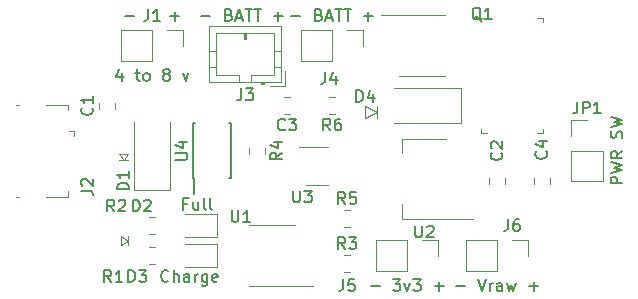
<source format=gbr>
G04 #@! TF.GenerationSoftware,KiCad,Pcbnew,5.1.5+dfsg1-2build2*
G04 #@! TF.CreationDate,2020-07-25T19:40:00-04:00*
G04 #@! TF.ProjectId,lipo-charger,6c69706f-2d63-4686-9172-6765722e6b69,rev?*
G04 #@! TF.SameCoordinates,Original*
G04 #@! TF.FileFunction,Legend,Top*
G04 #@! TF.FilePolarity,Positive*
%FSLAX46Y46*%
G04 Gerber Fmt 4.6, Leading zero omitted, Abs format (unit mm)*
G04 Created by KiCad (PCBNEW 5.1.5+dfsg1-2build2) date 2020-07-25 19:40:00*
%MOMM*%
%LPD*%
G04 APERTURE LIST*
%ADD10C,0.150000*%
%ADD11C,0.120000*%
%ADD12C,0.100000*%
G04 APERTURE END LIST*
D10*
X114554047Y-71191428D02*
X115315952Y-71191428D01*
X114935000Y-71572380D02*
X114935000Y-70810476D01*
X110744047Y-71191428D02*
X111505952Y-71191428D01*
D11*
X110236000Y-83312000D02*
X110998000Y-83312000D01*
X110998000Y-82804000D02*
X110617000Y-83312000D01*
X110236000Y-82804000D02*
X110998000Y-82804000D01*
X110617000Y-83312000D02*
X110236000Y-82804000D01*
X110998000Y-89789000D02*
X110998000Y-90551000D01*
X110363000Y-90551000D02*
X110998000Y-90170000D01*
X110363000Y-89789000D02*
X110363000Y-90551000D01*
X110998000Y-90170000D02*
X110363000Y-89789000D01*
X132080000Y-78740000D02*
X132080000Y-79756000D01*
X131064000Y-79756000D02*
X132080000Y-79248000D01*
X131064000Y-78740000D02*
X131064000Y-79756000D01*
X132080000Y-79248000D02*
X131064000Y-78740000D01*
D10*
X131524761Y-94051428D02*
X132286666Y-94051428D01*
X133429523Y-93432380D02*
X134048571Y-93432380D01*
X133715238Y-93813333D01*
X133858095Y-93813333D01*
X133953333Y-93860952D01*
X134000952Y-93908571D01*
X134048571Y-94003809D01*
X134048571Y-94241904D01*
X134000952Y-94337142D01*
X133953333Y-94384761D01*
X133858095Y-94432380D01*
X133572380Y-94432380D01*
X133477142Y-94384761D01*
X133429523Y-94337142D01*
X134381904Y-93765714D02*
X134620000Y-94432380D01*
X134858095Y-93765714D01*
X135143809Y-93432380D02*
X135762857Y-93432380D01*
X135429523Y-93813333D01*
X135572380Y-93813333D01*
X135667619Y-93860952D01*
X135715238Y-93908571D01*
X135762857Y-94003809D01*
X135762857Y-94241904D01*
X135715238Y-94337142D01*
X135667619Y-94384761D01*
X135572380Y-94432380D01*
X135286666Y-94432380D01*
X135191428Y-94384761D01*
X135143809Y-94337142D01*
X136953333Y-94051428D02*
X137715238Y-94051428D01*
X137334285Y-94432380D02*
X137334285Y-93670476D01*
X138763809Y-94051428D02*
X139525714Y-94051428D01*
X140620952Y-93432380D02*
X140954285Y-94432380D01*
X141287619Y-93432380D01*
X141620952Y-94432380D02*
X141620952Y-93765714D01*
X141620952Y-93956190D02*
X141668571Y-93860952D01*
X141716190Y-93813333D01*
X141811428Y-93765714D01*
X141906666Y-93765714D01*
X142668571Y-94432380D02*
X142668571Y-93908571D01*
X142620952Y-93813333D01*
X142525714Y-93765714D01*
X142335238Y-93765714D01*
X142240000Y-93813333D01*
X142668571Y-94384761D02*
X142573333Y-94432380D01*
X142335238Y-94432380D01*
X142240000Y-94384761D01*
X142192380Y-94289523D01*
X142192380Y-94194285D01*
X142240000Y-94099047D01*
X142335238Y-94051428D01*
X142573333Y-94051428D01*
X142668571Y-94003809D01*
X143049523Y-93765714D02*
X143240000Y-94432380D01*
X143430476Y-93956190D01*
X143620952Y-94432380D01*
X143811428Y-93765714D01*
X144954285Y-94051428D02*
X145716190Y-94051428D01*
X145335238Y-94432380D02*
X145335238Y-93670476D01*
X152852380Y-85311904D02*
X151852380Y-85311904D01*
X151852380Y-84930952D01*
X151900000Y-84835714D01*
X151947619Y-84788095D01*
X152042857Y-84740476D01*
X152185714Y-84740476D01*
X152280952Y-84788095D01*
X152328571Y-84835714D01*
X152376190Y-84930952D01*
X152376190Y-85311904D01*
X151852380Y-84407142D02*
X152852380Y-84169047D01*
X152138095Y-83978571D01*
X152852380Y-83788095D01*
X151852380Y-83550000D01*
X152852380Y-82597619D02*
X152376190Y-82930952D01*
X152852380Y-83169047D02*
X151852380Y-83169047D01*
X151852380Y-82788095D01*
X151900000Y-82692857D01*
X151947619Y-82645238D01*
X152042857Y-82597619D01*
X152185714Y-82597619D01*
X152280952Y-82645238D01*
X152328571Y-82692857D01*
X152376190Y-82788095D01*
X152376190Y-83169047D01*
X152804761Y-81454761D02*
X152852380Y-81311904D01*
X152852380Y-81073809D01*
X152804761Y-80978571D01*
X152757142Y-80930952D01*
X152661904Y-80883333D01*
X152566666Y-80883333D01*
X152471428Y-80930952D01*
X152423809Y-80978571D01*
X152376190Y-81073809D01*
X152328571Y-81264285D01*
X152280952Y-81359523D01*
X152233333Y-81407142D01*
X152138095Y-81454761D01*
X152042857Y-81454761D01*
X151947619Y-81407142D01*
X151900000Y-81359523D01*
X151852380Y-81264285D01*
X151852380Y-81026190D01*
X151900000Y-80883333D01*
X151852380Y-80550000D02*
X152852380Y-80311904D01*
X152138095Y-80121428D01*
X152852380Y-79930952D01*
X151852380Y-79692857D01*
X124817619Y-71191428D02*
X125579523Y-71191428D01*
X127150952Y-71048571D02*
X127293809Y-71096190D01*
X127341428Y-71143809D01*
X127389047Y-71239047D01*
X127389047Y-71381904D01*
X127341428Y-71477142D01*
X127293809Y-71524761D01*
X127198571Y-71572380D01*
X126817619Y-71572380D01*
X126817619Y-70572380D01*
X127150952Y-70572380D01*
X127246190Y-70620000D01*
X127293809Y-70667619D01*
X127341428Y-70762857D01*
X127341428Y-70858095D01*
X127293809Y-70953333D01*
X127246190Y-71000952D01*
X127150952Y-71048571D01*
X126817619Y-71048571D01*
X127770000Y-71286666D02*
X128246190Y-71286666D01*
X127674761Y-71572380D02*
X128008095Y-70572380D01*
X128341428Y-71572380D01*
X128531904Y-70572380D02*
X129103333Y-70572380D01*
X128817619Y-71572380D02*
X128817619Y-70572380D01*
X129293809Y-70572380D02*
X129865238Y-70572380D01*
X129579523Y-71572380D02*
X129579523Y-70572380D01*
X130960476Y-71191428D02*
X131722380Y-71191428D01*
X131341428Y-71572380D02*
X131341428Y-70810476D01*
X117197619Y-71191428D02*
X117959523Y-71191428D01*
X119530952Y-71048571D02*
X119673809Y-71096190D01*
X119721428Y-71143809D01*
X119769047Y-71239047D01*
X119769047Y-71381904D01*
X119721428Y-71477142D01*
X119673809Y-71524761D01*
X119578571Y-71572380D01*
X119197619Y-71572380D01*
X119197619Y-70572380D01*
X119530952Y-70572380D01*
X119626190Y-70620000D01*
X119673809Y-70667619D01*
X119721428Y-70762857D01*
X119721428Y-70858095D01*
X119673809Y-70953333D01*
X119626190Y-71000952D01*
X119530952Y-71048571D01*
X119197619Y-71048571D01*
X120150000Y-71286666D02*
X120626190Y-71286666D01*
X120054761Y-71572380D02*
X120388095Y-70572380D01*
X120721428Y-71572380D01*
X120911904Y-70572380D02*
X121483333Y-70572380D01*
X121197619Y-71572380D02*
X121197619Y-70572380D01*
X121673809Y-70572380D02*
X122245238Y-70572380D01*
X121959523Y-71572380D02*
X121959523Y-70572380D01*
X123340476Y-71191428D02*
X124102380Y-71191428D01*
X123721428Y-71572380D02*
X123721428Y-70810476D01*
X110482380Y-75985714D02*
X110482380Y-76652380D01*
X110244285Y-75604761D02*
X110006190Y-76319047D01*
X110625238Y-76319047D01*
X111625238Y-75985714D02*
X112006190Y-75985714D01*
X111768095Y-75652380D02*
X111768095Y-76509523D01*
X111815714Y-76604761D01*
X111910952Y-76652380D01*
X112006190Y-76652380D01*
X112482380Y-76652380D02*
X112387142Y-76604761D01*
X112339523Y-76557142D01*
X112291904Y-76461904D01*
X112291904Y-76176190D01*
X112339523Y-76080952D01*
X112387142Y-76033333D01*
X112482380Y-75985714D01*
X112625238Y-75985714D01*
X112720476Y-76033333D01*
X112768095Y-76080952D01*
X112815714Y-76176190D01*
X112815714Y-76461904D01*
X112768095Y-76557142D01*
X112720476Y-76604761D01*
X112625238Y-76652380D01*
X112482380Y-76652380D01*
X114149047Y-76080952D02*
X114053809Y-76033333D01*
X114006190Y-75985714D01*
X113958571Y-75890476D01*
X113958571Y-75842857D01*
X114006190Y-75747619D01*
X114053809Y-75700000D01*
X114149047Y-75652380D01*
X114339523Y-75652380D01*
X114434761Y-75700000D01*
X114482380Y-75747619D01*
X114530000Y-75842857D01*
X114530000Y-75890476D01*
X114482380Y-75985714D01*
X114434761Y-76033333D01*
X114339523Y-76080952D01*
X114149047Y-76080952D01*
X114053809Y-76128571D01*
X114006190Y-76176190D01*
X113958571Y-76271428D01*
X113958571Y-76461904D01*
X114006190Y-76557142D01*
X114053809Y-76604761D01*
X114149047Y-76652380D01*
X114339523Y-76652380D01*
X114434761Y-76604761D01*
X114482380Y-76557142D01*
X114530000Y-76461904D01*
X114530000Y-76271428D01*
X114482380Y-76176190D01*
X114434761Y-76128571D01*
X114339523Y-76080952D01*
X115625238Y-75985714D02*
X115863333Y-76652380D01*
X116101428Y-75985714D01*
X114419285Y-93575142D02*
X114371666Y-93622761D01*
X114228809Y-93670380D01*
X114133571Y-93670380D01*
X113990714Y-93622761D01*
X113895476Y-93527523D01*
X113847857Y-93432285D01*
X113800238Y-93241809D01*
X113800238Y-93098952D01*
X113847857Y-92908476D01*
X113895476Y-92813238D01*
X113990714Y-92718000D01*
X114133571Y-92670380D01*
X114228809Y-92670380D01*
X114371666Y-92718000D01*
X114419285Y-92765619D01*
X114847857Y-93670380D02*
X114847857Y-92670380D01*
X115276428Y-93670380D02*
X115276428Y-93146571D01*
X115228809Y-93051333D01*
X115133571Y-93003714D01*
X114990714Y-93003714D01*
X114895476Y-93051333D01*
X114847857Y-93098952D01*
X116181190Y-93670380D02*
X116181190Y-93146571D01*
X116133571Y-93051333D01*
X116038333Y-93003714D01*
X115847857Y-93003714D01*
X115752619Y-93051333D01*
X116181190Y-93622761D02*
X116085952Y-93670380D01*
X115847857Y-93670380D01*
X115752619Y-93622761D01*
X115705000Y-93527523D01*
X115705000Y-93432285D01*
X115752619Y-93337047D01*
X115847857Y-93289428D01*
X116085952Y-93289428D01*
X116181190Y-93241809D01*
X116657380Y-93670380D02*
X116657380Y-93003714D01*
X116657380Y-93194190D02*
X116705000Y-93098952D01*
X116752619Y-93051333D01*
X116847857Y-93003714D01*
X116943095Y-93003714D01*
X117705000Y-93003714D02*
X117705000Y-93813238D01*
X117657380Y-93908476D01*
X117609761Y-93956095D01*
X117514523Y-94003714D01*
X117371666Y-94003714D01*
X117276428Y-93956095D01*
X117705000Y-93622761D02*
X117609761Y-93670380D01*
X117419285Y-93670380D01*
X117324047Y-93622761D01*
X117276428Y-93575142D01*
X117228809Y-93479904D01*
X117228809Y-93194190D01*
X117276428Y-93098952D01*
X117324047Y-93051333D01*
X117419285Y-93003714D01*
X117609761Y-93003714D01*
X117705000Y-93051333D01*
X118562142Y-93622761D02*
X118466904Y-93670380D01*
X118276428Y-93670380D01*
X118181190Y-93622761D01*
X118133571Y-93527523D01*
X118133571Y-93146571D01*
X118181190Y-93051333D01*
X118276428Y-93003714D01*
X118466904Y-93003714D01*
X118562142Y-93051333D01*
X118609761Y-93146571D01*
X118609761Y-93241809D01*
X118133571Y-93337047D01*
X116006666Y-87050571D02*
X115673333Y-87050571D01*
X115673333Y-87574380D02*
X115673333Y-86574380D01*
X116149523Y-86574380D01*
X116959047Y-86907714D02*
X116959047Y-87574380D01*
X116530476Y-86907714D02*
X116530476Y-87431523D01*
X116578095Y-87526761D01*
X116673333Y-87574380D01*
X116816190Y-87574380D01*
X116911428Y-87526761D01*
X116959047Y-87479142D01*
X117578095Y-87574380D02*
X117482857Y-87526761D01*
X117435238Y-87431523D01*
X117435238Y-86574380D01*
X118101904Y-87574380D02*
X118006666Y-87526761D01*
X117959047Y-87431523D01*
X117959047Y-86574380D01*
D11*
X123190000Y-88880000D02*
X121240000Y-88880000D01*
X123190000Y-88880000D02*
X125140000Y-88880000D01*
X123190000Y-94000000D02*
X121240000Y-94000000D01*
X123190000Y-94000000D02*
X126640000Y-94000000D01*
X109930000Y-78998578D02*
X109930000Y-78481422D01*
X108510000Y-78998578D02*
X108510000Y-78481422D01*
X142950000Y-84831422D02*
X142950000Y-85348578D01*
X141530000Y-84831422D02*
X141530000Y-85348578D01*
X124718578Y-79450000D02*
X124201422Y-79450000D01*
X124718578Y-78030000D02*
X124201422Y-78030000D01*
X145340000Y-84831422D02*
X145340000Y-85348578D01*
X146760000Y-84831422D02*
X146760000Y-85348578D01*
X115840000Y-89860000D02*
X118525000Y-89860000D01*
X118525000Y-89860000D02*
X118525000Y-87940000D01*
X118525000Y-87940000D02*
X115840000Y-87940000D01*
X118525000Y-90480000D02*
X115840000Y-90480000D01*
X118525000Y-92400000D02*
X118525000Y-90480000D01*
X115840000Y-92400000D02*
X118525000Y-92400000D01*
X110430000Y-72330000D02*
X110430000Y-74990000D01*
X113030000Y-72330000D02*
X110430000Y-72330000D01*
X113030000Y-74990000D02*
X110430000Y-74990000D01*
X113030000Y-72330000D02*
X113030000Y-74990000D01*
X114300000Y-72330000D02*
X115630000Y-72330000D01*
X115630000Y-72330000D02*
X115630000Y-73660000D01*
X105902500Y-78650000D02*
X105902500Y-79100000D01*
X104052500Y-78650000D02*
X105902500Y-78650000D01*
X101502500Y-86450000D02*
X101752500Y-86450000D01*
X101502500Y-78650000D02*
X101752500Y-78650000D01*
X104052500Y-86450000D02*
X105902500Y-86450000D01*
X105902500Y-86450000D02*
X105902500Y-86000000D01*
X106452500Y-80850000D02*
X106452500Y-81300000D01*
X106452500Y-80850000D02*
X106002500Y-80850000D01*
X123980000Y-76740000D02*
X123980000Y-72020000D01*
X123980000Y-72020000D02*
X117860000Y-72020000D01*
X117860000Y-72020000D02*
X117860000Y-76740000D01*
X117860000Y-76740000D02*
X123980000Y-76740000D01*
X122220000Y-76740000D02*
X122220000Y-76940000D01*
X122220000Y-76940000D02*
X122520000Y-76940000D01*
X122520000Y-76940000D02*
X122520000Y-76740000D01*
X122220000Y-76840000D02*
X122520000Y-76840000D01*
X121420000Y-76740000D02*
X121420000Y-76130000D01*
X121420000Y-76130000D02*
X123370000Y-76130000D01*
X123370000Y-76130000D02*
X123370000Y-72630000D01*
X123370000Y-72630000D02*
X118470000Y-72630000D01*
X118470000Y-72630000D02*
X118470000Y-76130000D01*
X118470000Y-76130000D02*
X120420000Y-76130000D01*
X120420000Y-76130000D02*
X120420000Y-76740000D01*
X123980000Y-75430000D02*
X123370000Y-75430000D01*
X123980000Y-74130000D02*
X123370000Y-74130000D01*
X117860000Y-75430000D02*
X118470000Y-75430000D01*
X117860000Y-74130000D02*
X118470000Y-74130000D01*
X121020000Y-72630000D02*
X121020000Y-73130000D01*
X121020000Y-73130000D02*
X120820000Y-73130000D01*
X120820000Y-73130000D02*
X120820000Y-72630000D01*
X120920000Y-72630000D02*
X120920000Y-73130000D01*
X123030000Y-77040000D02*
X124280000Y-77040000D01*
X124280000Y-77040000D02*
X124280000Y-75790000D01*
X130870000Y-72330000D02*
X130870000Y-73660000D01*
X129540000Y-72330000D02*
X130870000Y-72330000D01*
X128270000Y-72330000D02*
X128270000Y-74990000D01*
X128270000Y-74990000D02*
X125670000Y-74990000D01*
X128270000Y-72330000D02*
X125670000Y-72330000D01*
X125670000Y-72330000D02*
X125670000Y-74990000D01*
X132020000Y-90110000D02*
X132020000Y-92770000D01*
X134620000Y-90110000D02*
X132020000Y-90110000D01*
X134620000Y-92770000D02*
X132020000Y-92770000D01*
X134620000Y-90110000D02*
X134620000Y-92770000D01*
X135890000Y-90110000D02*
X137220000Y-90110000D01*
X137220000Y-90110000D02*
X137220000Y-91440000D01*
X144840000Y-90110000D02*
X144840000Y-91440000D01*
X143510000Y-90110000D02*
X144840000Y-90110000D01*
X142240000Y-90110000D02*
X142240000Y-92770000D01*
X142240000Y-92770000D02*
X139640000Y-92770000D01*
X142240000Y-90110000D02*
X139640000Y-90110000D01*
X139640000Y-90110000D02*
X139640000Y-92770000D01*
X148530000Y-85150000D02*
X151190000Y-85150000D01*
X148530000Y-82550000D02*
X148530000Y-85150000D01*
X151190000Y-82550000D02*
X151190000Y-85150000D01*
X148530000Y-82550000D02*
X151190000Y-82550000D01*
X148530000Y-81280000D02*
X148530000Y-79950000D01*
X148530000Y-79950000D02*
X149860000Y-79950000D01*
X112771422Y-90730000D02*
X113288578Y-90730000D01*
X112771422Y-92150000D02*
X113288578Y-92150000D01*
X129281422Y-91365000D02*
X129798578Y-91365000D01*
X129281422Y-92785000D02*
X129798578Y-92785000D01*
X121210000Y-82291422D02*
X121210000Y-82808578D01*
X122630000Y-82291422D02*
X122630000Y-82808578D01*
X129281422Y-88975000D02*
X129798578Y-88975000D01*
X129281422Y-87555000D02*
X129798578Y-87555000D01*
X128528578Y-79450000D02*
X128011422Y-79450000D01*
X128528578Y-78030000D02*
X128011422Y-78030000D01*
D12*
X140910000Y-71350000D02*
X141410000Y-71350000D01*
X140910000Y-71350000D02*
X140910000Y-71700000D01*
X140910000Y-81050000D02*
X140910000Y-80700000D01*
X140910000Y-81050000D02*
X141410000Y-81050000D01*
X146110000Y-81050000D02*
X145610000Y-81050000D01*
X146110000Y-81050000D02*
X146110000Y-80700000D01*
X146110000Y-71350000D02*
X145610000Y-71350000D01*
X146110000Y-71350000D02*
X146110000Y-71700000D01*
D11*
X126100000Y-85430000D02*
X127900000Y-85430000D01*
X127900000Y-82210000D02*
X125450000Y-82210000D01*
D10*
X116485000Y-84875000D02*
X116585000Y-84875000D01*
X116485000Y-80225000D02*
X116685000Y-80225000D01*
X119735000Y-80225000D02*
X119535000Y-80225000D01*
X119735000Y-84875000D02*
X119535000Y-84875000D01*
X116485000Y-84875000D02*
X116485000Y-80225000D01*
X119735000Y-84875000D02*
X119735000Y-80225000D01*
X116585000Y-84875000D02*
X116585000Y-86225000D01*
D11*
X112771422Y-88190000D02*
X113288578Y-88190000D01*
X112771422Y-89610000D02*
X113288578Y-89610000D01*
X114530000Y-85850000D02*
X114530000Y-80150000D01*
X111530000Y-85850000D02*
X114530000Y-85850000D01*
X111530000Y-80150000D02*
X111530000Y-85850000D01*
X133490000Y-80240000D02*
X139190000Y-80240000D01*
X139190000Y-80240000D02*
X139190000Y-77240000D01*
X139190000Y-77240000D02*
X133490000Y-77240000D01*
X135890000Y-76220000D02*
X137840000Y-76220000D01*
X135890000Y-76220000D02*
X133940000Y-76220000D01*
X135890000Y-71100000D02*
X137840000Y-71100000D01*
X135890000Y-71100000D02*
X132440000Y-71100000D01*
X134157800Y-81527600D02*
X134157800Y-82787600D01*
X134157800Y-88347600D02*
X134157800Y-87087600D01*
X137917800Y-81527600D02*
X134157800Y-81527600D01*
X140167800Y-88347600D02*
X134157800Y-88347600D01*
D10*
X119761095Y-87590380D02*
X119761095Y-88399904D01*
X119808714Y-88495142D01*
X119856333Y-88542761D01*
X119951571Y-88590380D01*
X120142047Y-88590380D01*
X120237285Y-88542761D01*
X120284904Y-88495142D01*
X120332523Y-88399904D01*
X120332523Y-87590380D01*
X121332523Y-88590380D02*
X120761095Y-88590380D01*
X121046809Y-88590380D02*
X121046809Y-87590380D01*
X120951571Y-87733238D01*
X120856333Y-87828476D01*
X120761095Y-87876095D01*
X107927142Y-78906666D02*
X107974761Y-78954285D01*
X108022380Y-79097142D01*
X108022380Y-79192380D01*
X107974761Y-79335238D01*
X107879523Y-79430476D01*
X107784285Y-79478095D01*
X107593809Y-79525714D01*
X107450952Y-79525714D01*
X107260476Y-79478095D01*
X107165238Y-79430476D01*
X107070000Y-79335238D01*
X107022380Y-79192380D01*
X107022380Y-79097142D01*
X107070000Y-78954285D01*
X107117619Y-78906666D01*
X108022380Y-77954285D02*
X108022380Y-78525714D01*
X108022380Y-78240000D02*
X107022380Y-78240000D01*
X107165238Y-78335238D01*
X107260476Y-78430476D01*
X107308095Y-78525714D01*
X142597142Y-82716666D02*
X142644761Y-82764285D01*
X142692380Y-82907142D01*
X142692380Y-83002380D01*
X142644761Y-83145238D01*
X142549523Y-83240476D01*
X142454285Y-83288095D01*
X142263809Y-83335714D01*
X142120952Y-83335714D01*
X141930476Y-83288095D01*
X141835238Y-83240476D01*
X141740000Y-83145238D01*
X141692380Y-83002380D01*
X141692380Y-82907142D01*
X141740000Y-82764285D01*
X141787619Y-82716666D01*
X141787619Y-82335714D02*
X141740000Y-82288095D01*
X141692380Y-82192857D01*
X141692380Y-81954761D01*
X141740000Y-81859523D01*
X141787619Y-81811904D01*
X141882857Y-81764285D01*
X141978095Y-81764285D01*
X142120952Y-81811904D01*
X142692380Y-82383333D01*
X142692380Y-81764285D01*
X124293333Y-80747142D02*
X124245714Y-80794761D01*
X124102857Y-80842380D01*
X124007619Y-80842380D01*
X123864761Y-80794761D01*
X123769523Y-80699523D01*
X123721904Y-80604285D01*
X123674285Y-80413809D01*
X123674285Y-80270952D01*
X123721904Y-80080476D01*
X123769523Y-79985238D01*
X123864761Y-79890000D01*
X124007619Y-79842380D01*
X124102857Y-79842380D01*
X124245714Y-79890000D01*
X124293333Y-79937619D01*
X124626666Y-79842380D02*
X125245714Y-79842380D01*
X124912380Y-80223333D01*
X125055238Y-80223333D01*
X125150476Y-80270952D01*
X125198095Y-80318571D01*
X125245714Y-80413809D01*
X125245714Y-80651904D01*
X125198095Y-80747142D01*
X125150476Y-80794761D01*
X125055238Y-80842380D01*
X124769523Y-80842380D01*
X124674285Y-80794761D01*
X124626666Y-80747142D01*
X146381742Y-82615066D02*
X146429361Y-82662685D01*
X146476980Y-82805542D01*
X146476980Y-82900780D01*
X146429361Y-83043638D01*
X146334123Y-83138876D01*
X146238885Y-83186495D01*
X146048409Y-83234114D01*
X145905552Y-83234114D01*
X145715076Y-83186495D01*
X145619838Y-83138876D01*
X145524600Y-83043638D01*
X145476980Y-82900780D01*
X145476980Y-82805542D01*
X145524600Y-82662685D01*
X145572219Y-82615066D01*
X145810314Y-81757923D02*
X146476980Y-81757923D01*
X145429361Y-81996019D02*
X146143647Y-82234114D01*
X146143647Y-81615066D01*
X111402904Y-87701380D02*
X111402904Y-86701380D01*
X111641000Y-86701380D01*
X111783857Y-86749000D01*
X111879095Y-86844238D01*
X111926714Y-86939476D01*
X111974333Y-87129952D01*
X111974333Y-87272809D01*
X111926714Y-87463285D01*
X111879095Y-87558523D01*
X111783857Y-87653761D01*
X111641000Y-87701380D01*
X111402904Y-87701380D01*
X112355285Y-86796619D02*
X112402904Y-86749000D01*
X112498142Y-86701380D01*
X112736238Y-86701380D01*
X112831476Y-86749000D01*
X112879095Y-86796619D01*
X112926714Y-86891857D01*
X112926714Y-86987095D01*
X112879095Y-87129952D01*
X112307666Y-87701380D01*
X112926714Y-87701380D01*
X111021904Y-93670380D02*
X111021904Y-92670380D01*
X111260000Y-92670380D01*
X111402857Y-92718000D01*
X111498095Y-92813238D01*
X111545714Y-92908476D01*
X111593333Y-93098952D01*
X111593333Y-93241809D01*
X111545714Y-93432285D01*
X111498095Y-93527523D01*
X111402857Y-93622761D01*
X111260000Y-93670380D01*
X111021904Y-93670380D01*
X111926666Y-92670380D02*
X112545714Y-92670380D01*
X112212380Y-93051333D01*
X112355238Y-93051333D01*
X112450476Y-93098952D01*
X112498095Y-93146571D01*
X112545714Y-93241809D01*
X112545714Y-93479904D01*
X112498095Y-93575142D01*
X112450476Y-93622761D01*
X112355238Y-93670380D01*
X112069523Y-93670380D01*
X111974285Y-93622761D01*
X111926666Y-93575142D01*
X112696666Y-70572380D02*
X112696666Y-71286666D01*
X112649047Y-71429523D01*
X112553809Y-71524761D01*
X112410952Y-71572380D01*
X112315714Y-71572380D01*
X113696666Y-71572380D02*
X113125238Y-71572380D01*
X113410952Y-71572380D02*
X113410952Y-70572380D01*
X113315714Y-70715238D01*
X113220476Y-70810476D01*
X113125238Y-70858095D01*
X107021380Y-85931333D02*
X107735666Y-85931333D01*
X107878523Y-85978952D01*
X107973761Y-86074190D01*
X108021380Y-86217047D01*
X108021380Y-86312285D01*
X107116619Y-85502761D02*
X107069000Y-85455142D01*
X107021380Y-85359904D01*
X107021380Y-85121809D01*
X107069000Y-85026571D01*
X107116619Y-84978952D01*
X107211857Y-84931333D01*
X107307095Y-84931333D01*
X107449952Y-84978952D01*
X108021380Y-85550380D01*
X108021380Y-84931333D01*
X120586666Y-77282380D02*
X120586666Y-77996666D01*
X120539047Y-78139523D01*
X120443809Y-78234761D01*
X120300952Y-78282380D01*
X120205714Y-78282380D01*
X120967619Y-77282380D02*
X121586666Y-77282380D01*
X121253333Y-77663333D01*
X121396190Y-77663333D01*
X121491428Y-77710952D01*
X121539047Y-77758571D01*
X121586666Y-77853809D01*
X121586666Y-78091904D01*
X121539047Y-78187142D01*
X121491428Y-78234761D01*
X121396190Y-78282380D01*
X121110476Y-78282380D01*
X121015238Y-78234761D01*
X120967619Y-78187142D01*
X127682666Y-75906380D02*
X127682666Y-76620666D01*
X127635047Y-76763523D01*
X127539809Y-76858761D01*
X127396952Y-76906380D01*
X127301714Y-76906380D01*
X128587428Y-76239714D02*
X128587428Y-76906380D01*
X128349333Y-75858761D02*
X128111238Y-76573047D01*
X128730285Y-76573047D01*
X129206666Y-93432380D02*
X129206666Y-94146666D01*
X129159047Y-94289523D01*
X129063809Y-94384761D01*
X128920952Y-94432380D01*
X128825714Y-94432380D01*
X130159047Y-93432380D02*
X129682857Y-93432380D01*
X129635238Y-93908571D01*
X129682857Y-93860952D01*
X129778095Y-93813333D01*
X130016190Y-93813333D01*
X130111428Y-93860952D01*
X130159047Y-93908571D01*
X130206666Y-94003809D01*
X130206666Y-94241904D01*
X130159047Y-94337142D01*
X130111428Y-94384761D01*
X130016190Y-94432380D01*
X129778095Y-94432380D01*
X129682857Y-94384761D01*
X129635238Y-94337142D01*
X143176666Y-88352380D02*
X143176666Y-89066666D01*
X143129047Y-89209523D01*
X143033809Y-89304761D01*
X142890952Y-89352380D01*
X142795714Y-89352380D01*
X144081428Y-88352380D02*
X143890952Y-88352380D01*
X143795714Y-88400000D01*
X143748095Y-88447619D01*
X143652857Y-88590476D01*
X143605238Y-88780952D01*
X143605238Y-89161904D01*
X143652857Y-89257142D01*
X143700476Y-89304761D01*
X143795714Y-89352380D01*
X143986190Y-89352380D01*
X144081428Y-89304761D01*
X144129047Y-89257142D01*
X144176666Y-89161904D01*
X144176666Y-88923809D01*
X144129047Y-88828571D01*
X144081428Y-88780952D01*
X143986190Y-88733333D01*
X143795714Y-88733333D01*
X143700476Y-88780952D01*
X143652857Y-88828571D01*
X143605238Y-88923809D01*
X149026666Y-78402380D02*
X149026666Y-79116666D01*
X148979047Y-79259523D01*
X148883809Y-79354761D01*
X148740952Y-79402380D01*
X148645714Y-79402380D01*
X149502857Y-79402380D02*
X149502857Y-78402380D01*
X149883809Y-78402380D01*
X149979047Y-78450000D01*
X150026666Y-78497619D01*
X150074285Y-78592857D01*
X150074285Y-78735714D01*
X150026666Y-78830952D01*
X149979047Y-78878571D01*
X149883809Y-78926190D01*
X149502857Y-78926190D01*
X151026666Y-79402380D02*
X150455238Y-79402380D01*
X150740952Y-79402380D02*
X150740952Y-78402380D01*
X150645714Y-78545238D01*
X150550476Y-78640476D01*
X150455238Y-78688095D01*
X109561333Y-93670380D02*
X109228000Y-93194190D01*
X108989904Y-93670380D02*
X108989904Y-92670380D01*
X109370857Y-92670380D01*
X109466095Y-92718000D01*
X109513714Y-92765619D01*
X109561333Y-92860857D01*
X109561333Y-93003714D01*
X109513714Y-93098952D01*
X109466095Y-93146571D01*
X109370857Y-93194190D01*
X108989904Y-93194190D01*
X110513714Y-93670380D02*
X109942285Y-93670380D01*
X110228000Y-93670380D02*
X110228000Y-92670380D01*
X110132761Y-92813238D01*
X110037523Y-92908476D01*
X109942285Y-92956095D01*
X129373333Y-90877380D02*
X129040000Y-90401190D01*
X128801904Y-90877380D02*
X128801904Y-89877380D01*
X129182857Y-89877380D01*
X129278095Y-89925000D01*
X129325714Y-89972619D01*
X129373333Y-90067857D01*
X129373333Y-90210714D01*
X129325714Y-90305952D01*
X129278095Y-90353571D01*
X129182857Y-90401190D01*
X128801904Y-90401190D01*
X129706666Y-89877380D02*
X130325714Y-89877380D01*
X129992380Y-90258333D01*
X130135238Y-90258333D01*
X130230476Y-90305952D01*
X130278095Y-90353571D01*
X130325714Y-90448809D01*
X130325714Y-90686904D01*
X130278095Y-90782142D01*
X130230476Y-90829761D01*
X130135238Y-90877380D01*
X129849523Y-90877380D01*
X129754285Y-90829761D01*
X129706666Y-90782142D01*
X124022380Y-82716666D02*
X123546190Y-83050000D01*
X124022380Y-83288095D02*
X123022380Y-83288095D01*
X123022380Y-82907142D01*
X123070000Y-82811904D01*
X123117619Y-82764285D01*
X123212857Y-82716666D01*
X123355714Y-82716666D01*
X123450952Y-82764285D01*
X123498571Y-82811904D01*
X123546190Y-82907142D01*
X123546190Y-83288095D01*
X123355714Y-81859523D02*
X124022380Y-81859523D01*
X122974761Y-82097619D02*
X123689047Y-82335714D01*
X123689047Y-81716666D01*
X129373333Y-87067380D02*
X129040000Y-86591190D01*
X128801904Y-87067380D02*
X128801904Y-86067380D01*
X129182857Y-86067380D01*
X129278095Y-86115000D01*
X129325714Y-86162619D01*
X129373333Y-86257857D01*
X129373333Y-86400714D01*
X129325714Y-86495952D01*
X129278095Y-86543571D01*
X129182857Y-86591190D01*
X128801904Y-86591190D01*
X130278095Y-86067380D02*
X129801904Y-86067380D01*
X129754285Y-86543571D01*
X129801904Y-86495952D01*
X129897142Y-86448333D01*
X130135238Y-86448333D01*
X130230476Y-86495952D01*
X130278095Y-86543571D01*
X130325714Y-86638809D01*
X130325714Y-86876904D01*
X130278095Y-86972142D01*
X130230476Y-87019761D01*
X130135238Y-87067380D01*
X129897142Y-87067380D01*
X129801904Y-87019761D01*
X129754285Y-86972142D01*
X128103333Y-80842380D02*
X127770000Y-80366190D01*
X127531904Y-80842380D02*
X127531904Y-79842380D01*
X127912857Y-79842380D01*
X128008095Y-79890000D01*
X128055714Y-79937619D01*
X128103333Y-80032857D01*
X128103333Y-80175714D01*
X128055714Y-80270952D01*
X128008095Y-80318571D01*
X127912857Y-80366190D01*
X127531904Y-80366190D01*
X128960476Y-79842380D02*
X128770000Y-79842380D01*
X128674761Y-79890000D01*
X128627142Y-79937619D01*
X128531904Y-80080476D01*
X128484285Y-80270952D01*
X128484285Y-80651904D01*
X128531904Y-80747142D01*
X128579523Y-80794761D01*
X128674761Y-80842380D01*
X128865238Y-80842380D01*
X128960476Y-80794761D01*
X129008095Y-80747142D01*
X129055714Y-80651904D01*
X129055714Y-80413809D01*
X129008095Y-80318571D01*
X128960476Y-80270952D01*
X128865238Y-80223333D01*
X128674761Y-80223333D01*
X128579523Y-80270952D01*
X128531904Y-80318571D01*
X128484285Y-80413809D01*
X124968095Y-85939380D02*
X124968095Y-86748904D01*
X125015714Y-86844142D01*
X125063333Y-86891761D01*
X125158571Y-86939380D01*
X125349047Y-86939380D01*
X125444285Y-86891761D01*
X125491904Y-86844142D01*
X125539523Y-86748904D01*
X125539523Y-85939380D01*
X125920476Y-85939380D02*
X126539523Y-85939380D01*
X126206190Y-86320333D01*
X126349047Y-86320333D01*
X126444285Y-86367952D01*
X126491904Y-86415571D01*
X126539523Y-86510809D01*
X126539523Y-86748904D01*
X126491904Y-86844142D01*
X126444285Y-86891761D01*
X126349047Y-86939380D01*
X126063333Y-86939380D01*
X125968095Y-86891761D01*
X125920476Y-86844142D01*
X115012380Y-83311904D02*
X115821904Y-83311904D01*
X115917142Y-83264285D01*
X115964761Y-83216666D01*
X116012380Y-83121428D01*
X116012380Y-82930952D01*
X115964761Y-82835714D01*
X115917142Y-82788095D01*
X115821904Y-82740476D01*
X115012380Y-82740476D01*
X115345714Y-81835714D02*
X116012380Y-81835714D01*
X114964761Y-82073809D02*
X115679047Y-82311904D01*
X115679047Y-81692857D01*
X109815333Y-87701380D02*
X109482000Y-87225190D01*
X109243904Y-87701380D02*
X109243904Y-86701380D01*
X109624857Y-86701380D01*
X109720095Y-86749000D01*
X109767714Y-86796619D01*
X109815333Y-86891857D01*
X109815333Y-87034714D01*
X109767714Y-87129952D01*
X109720095Y-87177571D01*
X109624857Y-87225190D01*
X109243904Y-87225190D01*
X110196285Y-86796619D02*
X110243904Y-86749000D01*
X110339142Y-86701380D01*
X110577238Y-86701380D01*
X110672476Y-86749000D01*
X110720095Y-86796619D01*
X110767714Y-86891857D01*
X110767714Y-86987095D01*
X110720095Y-87129952D01*
X110148666Y-87701380D01*
X110767714Y-87701380D01*
X111069380Y-85828095D02*
X110069380Y-85828095D01*
X110069380Y-85590000D01*
X110117000Y-85447142D01*
X110212238Y-85351904D01*
X110307476Y-85304285D01*
X110497952Y-85256666D01*
X110640809Y-85256666D01*
X110831285Y-85304285D01*
X110926523Y-85351904D01*
X111021761Y-85447142D01*
X111069380Y-85590000D01*
X111069380Y-85828095D01*
X111069380Y-84304285D02*
X111069380Y-84875714D01*
X111069380Y-84590000D02*
X110069380Y-84590000D01*
X110212238Y-84685238D01*
X110307476Y-84780476D01*
X110355095Y-84875714D01*
X130325904Y-78430380D02*
X130325904Y-77430380D01*
X130564000Y-77430380D01*
X130706857Y-77478000D01*
X130802095Y-77573238D01*
X130849714Y-77668476D01*
X130897333Y-77858952D01*
X130897333Y-78001809D01*
X130849714Y-78192285D01*
X130802095Y-78287523D01*
X130706857Y-78382761D01*
X130564000Y-78430380D01*
X130325904Y-78430380D01*
X131754476Y-77763714D02*
X131754476Y-78430380D01*
X131516380Y-77382761D02*
X131278285Y-78097047D01*
X131897333Y-78097047D01*
X140874761Y-71540619D02*
X140779523Y-71493000D01*
X140684285Y-71397761D01*
X140541428Y-71254904D01*
X140446190Y-71207285D01*
X140350952Y-71207285D01*
X140398571Y-71445380D02*
X140303333Y-71397761D01*
X140208095Y-71302523D01*
X140160476Y-71112047D01*
X140160476Y-70778714D01*
X140208095Y-70588238D01*
X140303333Y-70493000D01*
X140398571Y-70445380D01*
X140589047Y-70445380D01*
X140684285Y-70493000D01*
X140779523Y-70588238D01*
X140827142Y-70778714D01*
X140827142Y-71112047D01*
X140779523Y-71302523D01*
X140684285Y-71397761D01*
X140589047Y-71445380D01*
X140398571Y-71445380D01*
X141779523Y-71445380D02*
X141208095Y-71445380D01*
X141493809Y-71445380D02*
X141493809Y-70445380D01*
X141398571Y-70588238D01*
X141303333Y-70683476D01*
X141208095Y-70731095D01*
X135305895Y-88889980D02*
X135305895Y-89699504D01*
X135353514Y-89794742D01*
X135401133Y-89842361D01*
X135496371Y-89889980D01*
X135686847Y-89889980D01*
X135782085Y-89842361D01*
X135829704Y-89794742D01*
X135877323Y-89699504D01*
X135877323Y-88889980D01*
X136305895Y-88985219D02*
X136353514Y-88937600D01*
X136448752Y-88889980D01*
X136686847Y-88889980D01*
X136782085Y-88937600D01*
X136829704Y-88985219D01*
X136877323Y-89080457D01*
X136877323Y-89175695D01*
X136829704Y-89318552D01*
X136258276Y-89889980D01*
X136877323Y-89889980D01*
M02*

</source>
